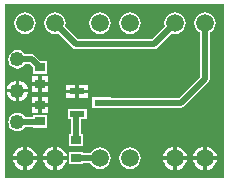
<source format=gbl>
%FSLAX24Y24*%
%MOIN*%
G70*
G01*
G75*
G04 Layer_Physical_Order=2*
G04 Layer_Color=16711680*
%ADD10R,0.0500X0.0299*%
%ADD11R,0.0315X0.0354*%
%ADD12R,0.0244X0.0480*%
%ADD13R,0.0276X0.0354*%
%ADD14C,0.0200*%
%ADD15C,0.0591*%
%ADD16C,0.0492*%
%ADD17R,0.0354X0.0315*%
%ADD18R,0.0354X0.0276*%
%ADD19R,0.0512X0.0236*%
G36*
X17399Y10101D02*
X10101D01*
Y12995D01*
X10101Y12995D01*
Y13005D01*
X10101Y13005D01*
Y15899D01*
X17399D01*
Y10101D01*
D02*
G37*
%LPC*%
G36*
X15690Y11141D02*
X15647Y11135D01*
X15551Y11095D01*
X15468Y11032D01*
X15405Y10949D01*
X15365Y10853D01*
X15359Y10810D01*
X15690D01*
Y11141D01*
D02*
G37*
G36*
X15810D02*
Y10810D01*
X16141D01*
X16135Y10853D01*
X16095Y10949D01*
X16032Y11032D01*
X15949Y11095D01*
X15853Y11135D01*
X15810Y11141D01*
D02*
G37*
G36*
X11810D02*
Y10810D01*
X12141D01*
X12135Y10853D01*
X12095Y10949D01*
X12032Y11032D01*
X11949Y11095D01*
X11853Y11135D01*
X11810Y11141D01*
D02*
G37*
G36*
X10810D02*
Y10810D01*
X11141D01*
X11135Y10853D01*
X11095Y10949D01*
X11032Y11032D01*
X10949Y11095D01*
X10853Y11135D01*
X10810Y11141D01*
D02*
G37*
G36*
X11690D02*
X11647Y11135D01*
X11551Y11095D01*
X11468Y11032D01*
X11405Y10949D01*
X11365Y10853D01*
X11359Y10810D01*
X11690D01*
Y11141D01*
D02*
G37*
G36*
X12803Y12404D02*
X12171D01*
Y12048D01*
X12287D01*
Y11543D01*
X12213D01*
Y11147D01*
X12687D01*
Y11543D01*
X12613D01*
Y12048D01*
X12803D01*
Y12404D01*
D02*
G37*
G36*
X10500Y12265D02*
X10420Y12255D01*
X10346Y12224D01*
X10282Y12175D01*
X10233Y12111D01*
X10202Y12037D01*
X10191Y11957D01*
X10202Y11877D01*
X10233Y11802D01*
X10282Y11738D01*
X10346Y11689D01*
X10420Y11659D01*
X10500Y11648D01*
X10580Y11659D01*
X10654Y11689D01*
X10718Y11738D01*
X10761Y11794D01*
X11013D01*
Y11757D01*
X11487D01*
Y12192D01*
X11013D01*
Y12120D01*
X10761D01*
X10718Y12175D01*
X10654Y12224D01*
X10580Y12255D01*
X10500Y12265D01*
D02*
G37*
G36*
X13250Y11108D02*
X13157Y11096D01*
X13071Y11060D01*
X12997Y11003D01*
X12940Y10929D01*
X12933Y10913D01*
X12687D01*
Y10953D01*
X12213D01*
Y10557D01*
X12687D01*
Y10587D01*
X12933D01*
X12940Y10571D01*
X12997Y10497D01*
X13071Y10440D01*
X13157Y10404D01*
X13250Y10392D01*
X13343Y10404D01*
X13429Y10440D01*
X13503Y10497D01*
X13560Y10571D01*
X13596Y10657D01*
X13608Y10750D01*
X13596Y10843D01*
X13560Y10929D01*
X13503Y11003D01*
X13429Y11060D01*
X13343Y11096D01*
X13250Y11108D01*
D02*
G37*
G36*
X16690Y11141D02*
X16647Y11135D01*
X16551Y11095D01*
X16468Y11032D01*
X16405Y10949D01*
X16365Y10853D01*
X16359Y10810D01*
X16690D01*
Y11141D01*
D02*
G37*
G36*
X16810D02*
Y10810D01*
X17141D01*
X17135Y10853D01*
X17095Y10949D01*
X17032Y11032D01*
X16949Y11095D01*
X16853Y11135D01*
X16810Y11141D01*
D02*
G37*
G36*
X12141Y10690D02*
X11810D01*
Y10359D01*
X11853Y10365D01*
X11949Y10405D01*
X12032Y10468D01*
X12095Y10551D01*
X12135Y10647D01*
X12141Y10690D01*
D02*
G37*
G36*
X15690D02*
X15359D01*
X15365Y10647D01*
X15405Y10551D01*
X15468Y10468D01*
X15551Y10405D01*
X15647Y10365D01*
X15690Y10359D01*
Y10690D01*
D02*
G37*
G36*
X11690D02*
X11359D01*
X11365Y10647D01*
X11405Y10551D01*
X11468Y10468D01*
X11551Y10405D01*
X11647Y10365D01*
X11690Y10359D01*
Y10690D01*
D02*
G37*
G36*
X10690D02*
X10359D01*
X10365Y10647D01*
X10405Y10551D01*
X10468Y10468D01*
X10551Y10405D01*
X10647Y10365D01*
X10690Y10359D01*
Y10690D01*
D02*
G37*
G36*
X11141D02*
X10810D01*
Y10359D01*
X10853Y10365D01*
X10949Y10405D01*
X11032Y10468D01*
X11095Y10551D01*
X11135Y10647D01*
X11141Y10690D01*
D02*
G37*
G36*
X14250Y11108D02*
X14157Y11096D01*
X14071Y11060D01*
X13997Y11003D01*
X13940Y10929D01*
X13904Y10843D01*
X13892Y10750D01*
X13904Y10657D01*
X13940Y10571D01*
X13997Y10497D01*
X14071Y10440D01*
X14157Y10404D01*
X14250Y10392D01*
X14343Y10404D01*
X14429Y10440D01*
X14503Y10497D01*
X14560Y10571D01*
X14596Y10657D01*
X14608Y10750D01*
X14596Y10843D01*
X14560Y10929D01*
X14503Y11003D01*
X14429Y11060D01*
X14343Y11096D01*
X14250Y11108D01*
D02*
G37*
G36*
X10690Y11141D02*
X10647Y11135D01*
X10551Y11095D01*
X10468Y11032D01*
X10405Y10949D01*
X10365Y10853D01*
X10359Y10810D01*
X10690D01*
Y11141D01*
D02*
G37*
G36*
X17141Y10690D02*
X16810D01*
Y10359D01*
X16853Y10365D01*
X16949Y10405D01*
X17032Y10468D01*
X17095Y10551D01*
X17135Y10647D01*
X17141Y10690D01*
D02*
G37*
G36*
X16141D02*
X15810D01*
Y10359D01*
X15853Y10365D01*
X15949Y10405D01*
X16032Y10468D01*
X16095Y10551D01*
X16135Y10647D01*
X16141Y10690D01*
D02*
G37*
G36*
X16690D02*
X16359D01*
X16365Y10647D01*
X16405Y10551D01*
X16468Y10468D01*
X16551Y10405D01*
X16647Y10365D01*
X16690Y10359D01*
Y10690D01*
D02*
G37*
G36*
X11190Y12466D02*
X10973D01*
Y12268D01*
X11190D01*
Y12466D01*
D02*
G37*
G36*
X11190Y13482D02*
X10973D01*
Y13284D01*
X11190D01*
Y13482D01*
D02*
G37*
G36*
X11527D02*
X11310D01*
Y13284D01*
X11527D01*
Y13482D01*
D02*
G37*
G36*
X10560Y13341D02*
Y13060D01*
X10841D01*
X10837Y13090D01*
X10802Y13175D01*
X10747Y13247D01*
X10675Y13302D01*
X10590Y13337D01*
X10560Y13341D01*
D02*
G37*
G36*
X12843Y13192D02*
X12547D01*
Y13034D01*
X12843D01*
Y13192D01*
D02*
G37*
G36*
X10440Y13341D02*
X10410Y13337D01*
X10325Y13302D01*
X10253Y13247D01*
X10198Y13175D01*
X10163Y13090D01*
X10159Y13060D01*
X10440D01*
Y13341D01*
D02*
G37*
G36*
X13250Y15608D02*
X13157Y15596D01*
X13071Y15560D01*
X12997Y15503D01*
X12940Y15429D01*
X12904Y15343D01*
X12892Y15250D01*
X12904Y15157D01*
X12940Y15071D01*
X12997Y14997D01*
X13071Y14940D01*
X13157Y14904D01*
X13250Y14892D01*
X13343Y14904D01*
X13429Y14940D01*
X13503Y14997D01*
X13560Y15071D01*
X13596Y15157D01*
X13608Y15250D01*
X13596Y15343D01*
X13560Y15429D01*
X13503Y15503D01*
X13429Y15560D01*
X13343Y15596D01*
X13250Y15608D01*
D02*
G37*
G36*
X14250D02*
X14157Y15596D01*
X14071Y15560D01*
X13997Y15503D01*
X13940Y15429D01*
X13904Y15343D01*
X13892Y15250D01*
X13904Y15157D01*
X13940Y15071D01*
X13997Y14997D01*
X14071Y14940D01*
X14157Y14904D01*
X14250Y14892D01*
X14343Y14904D01*
X14429Y14940D01*
X14503Y14997D01*
X14560Y15071D01*
X14596Y15157D01*
X14608Y15250D01*
X14596Y15343D01*
X14560Y15429D01*
X14503Y15503D01*
X14429Y15560D01*
X14343Y15596D01*
X14250Y15608D01*
D02*
G37*
G36*
X10750D02*
X10657Y15596D01*
X10571Y15560D01*
X10497Y15503D01*
X10440Y15429D01*
X10404Y15343D01*
X10392Y15250D01*
X10404Y15157D01*
X10440Y15071D01*
X10497Y14997D01*
X10571Y14940D01*
X10657Y14904D01*
X10750Y14892D01*
X10843Y14904D01*
X10929Y14940D01*
X11003Y14997D01*
X11060Y15071D01*
X11096Y15157D01*
X11108Y15250D01*
X11096Y15343D01*
X11060Y15429D01*
X11003Y15503D01*
X10929Y15560D01*
X10843Y15596D01*
X10750Y15608D01*
D02*
G37*
G36*
X10500Y14352D02*
X10420Y14341D01*
X10346Y14311D01*
X10282Y14262D01*
X10233Y14198D01*
X10202Y14123D01*
X10191Y14043D01*
X10202Y13963D01*
X10233Y13889D01*
X10282Y13825D01*
X10346Y13776D01*
X10420Y13745D01*
X10500Y13735D01*
X10580Y13745D01*
X10654Y13776D01*
X10718Y13825D01*
X10761Y13880D01*
X10915D01*
X11013Y13782D01*
Y13558D01*
X11487D01*
Y13993D01*
X11263D01*
X11098Y14159D01*
X11045Y14194D01*
X10982Y14206D01*
X10761D01*
X10718Y14262D01*
X10654Y14311D01*
X10580Y14341D01*
X10500Y14352D01*
D02*
G37*
G36*
X15750Y15608D02*
X15657Y15596D01*
X15571Y15560D01*
X15497Y15503D01*
X15440Y15429D01*
X15404Y15343D01*
X15392Y15250D01*
X15404Y15157D01*
X15411Y15141D01*
X14982Y14713D01*
X12518D01*
X12089Y15141D01*
X12096Y15157D01*
X12108Y15250D01*
X12096Y15343D01*
X12060Y15429D01*
X12003Y15503D01*
X11929Y15560D01*
X11843Y15596D01*
X11750Y15608D01*
X11657Y15596D01*
X11571Y15560D01*
X11497Y15503D01*
X11440Y15429D01*
X11404Y15343D01*
X11392Y15250D01*
X11404Y15157D01*
X11440Y15071D01*
X11497Y14997D01*
X11571Y14940D01*
X11657Y14904D01*
X11750Y14892D01*
X11843Y14904D01*
X11859Y14911D01*
X12335Y14435D01*
X12388Y14399D01*
X12450Y14387D01*
X15050D01*
X15112Y14399D01*
X15165Y14435D01*
X15165Y14435D01*
X15165Y14435D01*
X15641Y14911D01*
X15657Y14904D01*
X15750Y14892D01*
X15843Y14904D01*
X15929Y14940D01*
X16003Y14997D01*
X16060Y15071D01*
X16096Y15157D01*
X16108Y15250D01*
X16096Y15343D01*
X16060Y15429D01*
X16003Y15503D01*
X15929Y15560D01*
X15843Y15596D01*
X15750Y15608D01*
D02*
G37*
G36*
X12427Y13192D02*
X12131D01*
Y13034D01*
X12427D01*
Y13192D01*
D02*
G37*
G36*
X10440Y12940D02*
X10159D01*
X10163Y12910D01*
X10198Y12825D01*
X10253Y12753D01*
X10325Y12698D01*
X10410Y12663D01*
X10440Y12659D01*
Y12940D01*
D02*
G37*
G36*
X10841D02*
X10560D01*
Y12659D01*
X10590Y12663D01*
X10675Y12698D01*
X10747Y12753D01*
X10802Y12825D01*
X10837Y12910D01*
X10841Y12940D01*
D02*
G37*
G36*
X11527Y12783D02*
X11310D01*
Y12586D01*
X11527D01*
Y12783D01*
D02*
G37*
G36*
Y12466D02*
X11310D01*
Y12268D01*
X11527D01*
Y12466D01*
D02*
G37*
G36*
X11190Y12783D02*
X10973D01*
Y12586D01*
X11190D01*
Y12783D01*
D02*
G37*
G36*
X11190Y13164D02*
X10973D01*
Y12967D01*
X11190D01*
Y13164D01*
D02*
G37*
G36*
X11527D02*
X11310D01*
Y12967D01*
X11527D01*
Y13164D01*
D02*
G37*
G36*
X16750Y15608D02*
X16657Y15596D01*
X16571Y15560D01*
X16497Y15503D01*
X16440Y15429D01*
X16404Y15343D01*
X16392Y15250D01*
X16404Y15157D01*
X16440Y15071D01*
X16497Y14997D01*
X16571Y14940D01*
X16587Y14933D01*
Y13468D01*
X15882Y12763D01*
X13629D01*
Y12778D01*
X12997D01*
Y12422D01*
X13629D01*
Y12437D01*
X15950D01*
X16012Y12449D01*
X16065Y12485D01*
X16065Y12485D01*
X16065Y12485D01*
X16865Y13285D01*
X16901Y13338D01*
X16913Y13400D01*
X16913Y13400D01*
X16913Y13400D01*
Y13400D01*
Y14933D01*
X16929Y14940D01*
X17003Y14997D01*
X17060Y15071D01*
X17096Y15157D01*
X17108Y15250D01*
X17096Y15343D01*
X17060Y15429D01*
X17003Y15503D01*
X16929Y15560D01*
X16843Y15596D01*
X16750Y15608D01*
D02*
G37*
G36*
X12427Y12914D02*
X12131D01*
Y12756D01*
X12427D01*
Y12914D01*
D02*
G37*
G36*
X12843D02*
X12547D01*
Y12756D01*
X12843D01*
Y12914D01*
D02*
G37*
%LPD*%
D14*
X10500Y14043D02*
X10982D01*
X11250Y13776D01*
X10500Y11957D02*
X11232D01*
X12455Y10750D02*
X13250D01*
X12450Y11345D02*
Y12189D01*
X12487Y12226D01*
X16750Y13400D02*
Y15250D01*
X15950Y12600D02*
X16750Y13400D01*
X13313Y12600D02*
X15950D01*
X11750Y15250D02*
X12450Y14550D01*
X15050D01*
X15750Y15250D01*
D15*
X16750Y10750D02*
D03*
X15750D02*
D03*
X14250D02*
D03*
X13250D02*
D03*
X14250Y15250D02*
D03*
X13250D02*
D03*
X16750D02*
D03*
X15750D02*
D03*
X11750Y10750D02*
D03*
X10750D02*
D03*
X11750Y15250D02*
D03*
X10750D02*
D03*
D16*
X10500Y14043D02*
D03*
Y13000D02*
D03*
Y11957D02*
D03*
D17*
X11250Y13776D02*
D03*
Y13224D02*
D03*
X11250Y11974D02*
D03*
Y12526D02*
D03*
D18*
X12450Y10755D02*
D03*
Y11345D02*
D03*
D19*
X13313Y12600D02*
D03*
X12487Y12974D02*
D03*
Y12226D02*
D03*
M02*

</source>
